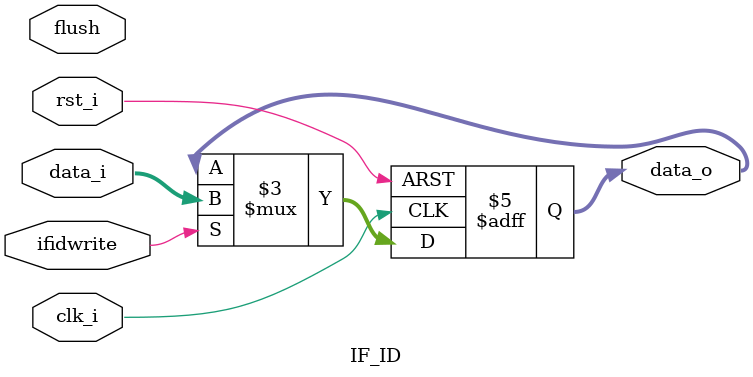
<source format=v>
module IF_ID(
			flush,
			ifidwrite,
            rst_i,
			clk_i,   
			data_i,
			data_o
);
					
input                    flush;
input                    ifidwrite;
input                    rst_i;
input                    clk_i;		  
input      [64-1: 0] data_i;
output reg [64-1: 0] data_o;
	  
always @(posedge clk_i or negedge  rst_i) begin
	if( rst_i == 0) data_o <= 0;
    
	else if(ifidwrite)
		data_o <= data_i;
end

endmodule
</source>
